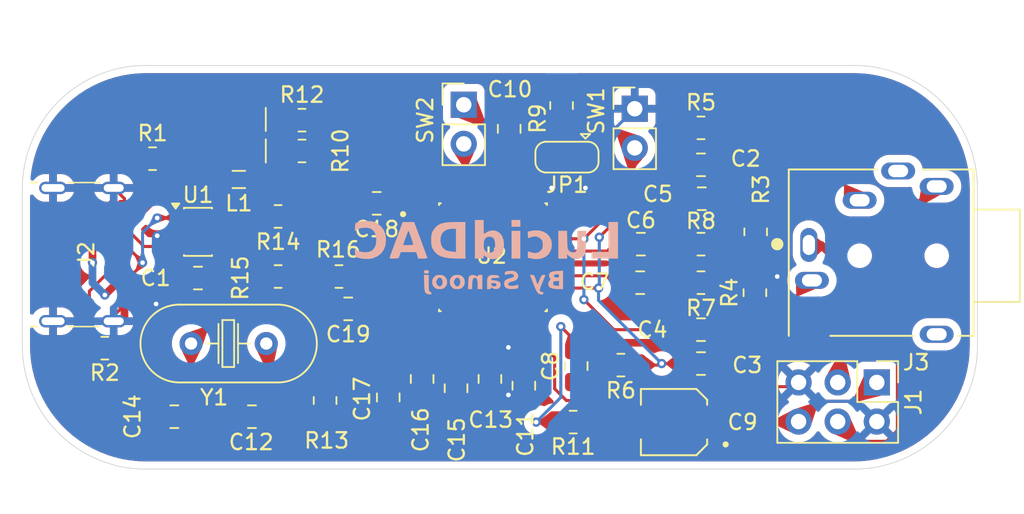
<source format=kicad_pcb>
(kicad_pcb (version 20241229) (generator "pcbnew") (generator_version "9.0")
  (layers (0 "F.Cu" signal) (2 "B.Cu" signal) (13 "F.Paste" user) (15 "B.Paste" user) (5 "F.SilkS" user "F.Silkscreen") (7 "B.SilkS" user "B.Silkscreen") (1 "F.Mask" user) (3 "B.Mask" user) (25 "Edge.Cuts" user))
  (net 0 "")
  (net 1 "TRRS_SLEEVE")
  (net 2 "MIC")
  (net 3 "TRRS_RING_2")
  (net 4 "H_GND")
  (net 5 "Net-(J2-D+-PadA6)")
  (net 6 "Net-(J2-D--PadA7)")
  (net 7 "Net-(J2-CC1)")
  (net 8 "VBUS")
  (net 9 "Net-(J2-CC2)")
  (net 12 "H_RIGHT")
  (net 13 "H_LEFT")
  (net 14 "VCCP")
  (net 15 "Net-(JP1-B)")
  (net 16 "D+")
  (net 17 "D-")
  (net 18 "SSPND")
  (net 19 "Net-(U2-VCOM1)")
  (net 20 "Net-(U2-VCOM2)")
  (net 21 "Net-(U2-VOUTL)")
  (net 22 "Net-(U2-VDD)")
  (net 23 "Net-(U2-VIN)")
  (net 24 "MAMP")
  (net 25 "Net-(U2-VBUS)")
  (net 26 "Net-(U2-FL)")
  (net 27 "Net-(U2-D-)")
  (net 28 "Net-(U2-VCCA)")
  (net 29 "MMUTE")
  (net 30 "XTI")
  (net 31 "Net-(U2-VOUTR)")
  (net 32 "Net-(U2-MBIAS)")
  (net 33 "XTO")
  (net 34 "Net-(U2-FR)")
  (net 35 "Net-(U2-D+)")
  (net 36 "Net-(U2-VCCR)")
  (net 38 "REC")
  (net 39 "Net-(U2-VCCL)")
  (net 40 "PLAY")
  (net 41 "Net-(C4-Pad1)")
  (net 42 "Net-(C5-Pad1)")
  (net 43 "Net-(D1-K)")
  (net 44 "Net-(D2-K)")
  (footprint "Capacitor_SMD:C_0805_2012Metric_Pad1.18x1.45mm_HandSolder" (layer "F.Cu") (at 45.2 38.8 -90)
    (property "Reference" "C13")
    (property "Value" "0.1uF")
  )
  (footprint "Resistor_SMD:R_0805_2012Metric_Pad1.20x1.40mm_HandSolder" (layer "F.Cu") (at 58.9 32.55 180)
    (property "Reference" "R7")
    (property "Value" "16R")
  )
  (footprint "PCM_Crystal_AKL:Crystal_HC49-4H_Vertical" (layer "F.Cu") (at 25.799999 36.5)
    (property "Reference" "Y1")
    (property "Value" "6MHz" (hide yes))
  )
  (footprint "Resistor_SMD:R_0805_2012Metric_Pad1.20x1.40mm_HandSolder" (layer "F.Cu") (at 33 22)
    (property "Reference" "R12")
    (property "Value" "1K")
  )
  (footprint "Connector_PinHeader_2.54mm:PinHeader_1x02_P2.54mm_Vertical" (layer "F.Cu") (at 54.600002 21.259996)
    (property "Reference" "SW1")
    (property "Value" "MIC_GAIN")
  )
  (footprint "Resistor_SMD:R_0805_2012Metric_Pad1.20x1.40mm_HandSolder" (layer "F.Cu") (at 62.4 33.2 90)
    (property "Reference" "R4")
    (property "Value" "3.3k")
  )
  (footprint "Inductor_SMD:L_0805_2012Metric_Pad1.05x1.20mm_HandSolder" (layer "F.Cu") (at 28.9 25.85 180)
    (property "Reference" "L1")
    (property "Value" "1uH")
  )
  (footprint "Capacitor_SMD:C_0805_2012Metric_Pad1.18x1.45mm_HandSolder" (layer "F.Cu") (at 55 30.05 180)
    (property "Reference" "C6")
    (property "Value" "1uF")
  )
  (footprint "Resistor_SMD:R_0805_2012Metric_Pad1.20x1.40mm_HandSolder" (layer "F.Cu") (at 62.45 29.25 -90)
    (property "Reference" "R3")
    (property "Value" "3.3k")
  )
  (footprint "Resistor_SMD:R_0805_2012Metric_Pad1.20x1.40mm_HandSolder" (layer "F.Cu") (at 31.45 32.15 180)
    (property "Reference" "R15")
    (property "Value" "22R")
  )
  (footprint "Capacitor_SMD:C_0805_2012Metric_Pad1.18x1.45mm_HandSolder" (layer "F.Cu") (at 50.8 37.9625 90)
    (property "Reference" "C8")
    (property "Value" "3.3uF")
  )
  (footprint "Resistor_SMD:R_0805_2012Metric_Pad1.20x1.40mm_HandSolder" (layer "F.Cu") (at 58.9 30.05 180)
    (property "Reference" "R8")
    (property "Value" "16R")
  )
  (footprint "PCM_SparkFun-LED:LED_0805_2012Metric" (layer "F.Cu") (at 29 24 180)
    (property "Reference" "D1")
    (property "Value" "LED")
  )
  (footprint "Package_TO_SOT_SMD:SOT-23-6" (layer "F.Cu") (at 26.25 29.25)
    (property "Reference" "U1")
    (property "Value" "USBLC6-2SC6")
  )
  (footprint "PCM_SparkFun-LED:LED_0805_2012Metric" (layer "F.Cu") (at 29 21.95 180)
    (property "Reference" "D2")
    (property "Value" "LED")
  )
  (footprint "Resistor_SMD:R_0805_2012Metric_Pad1.20x1.40mm_HandSolder" (layer "F.Cu") (at 53.7 37.9 180)
    (property "Reference" "R6")
    (property "Value" "3.3k")
  )
  (footprint "Resistor_SMD:R_0805_2012Metric_Pad1.20x1.40mm_HandSolder" (layer "F.Cu") (at 49.85 21.05 90)
    (property "Reference" "R9")
    (property "Value" "10k")
  )
  (footprint "Capacitor_SMD:C_0805_2012Metric_Pad1.18x1.45mm_HandSolder" (layer "F.Cu") (at 43 39.4 -90)
    (property "Reference" "C15")
    (property "Value" "3.3uF")
  )
  (footprint "Capacitor_SMD:C_0805_2012Metric_Pad1.18x1.45mm_HandSolder" (layer "F.Cu") (at 24.7125 41.25)
    (property "Reference" "C14")
    (property "Value" "22pF")
  )
  (footprint "SJ-435107:CUI_SJ-435107" (layer "F.Cu") (at 70.6 30.8 180)
    (property "Reference" "J3")
    (property "Value" "SJ-435107")
  )
  (footprint "PCM_marbastlib-various:USB_C_Receptacle_HRO_TYPE-C-31-M-23" (layer "F.Cu") (at 19.052501 30.724998 -90)
    (property "Reference" "J2")
    (property "Value" "USB_C_Receptacle_USB2.0_16P")
  )
  (footprint "Capacitor_SMD:C_0805_2012Metric_Pad1.18x1.45mm_HandSolder" (layer "F.Cu") (at 46.45 22.5625 90)
    (property "Reference" "C10")
    (property "Value" "1uF")
  )
  (footprint "Jumper:SolderJumper-3_P1.3mm_Open_RoundedPad1.0x1.5mm" (layer "F.Cu") (at 50.2 24.4 180)
    (property "Reference" "JP1")
    (property "Value" "POWER")
  )
  (footprint "Capacitor_SMD:C_0805_2012Metric_Pad1.18x1.45mm_HandSolder" (layer "F.Cu") (at 40.8 38.8 -90)
    (property "Reference" "C16")
    (property "Value" "100pF")
  )
  (footprint "Resistor_SMD:R_0805_2012Metric_Pad1.20x1.40mm_HandSolder" (layer "F.Cu") (at 58.9 22.5)
    (property "Reference" "R5")
    (property "Value" "3.3k")
  )
  (footprint "Resistor_SMD:R_0805_2012Metric_Pad1.20x1.40mm_HandSolder" (layer "F.Cu") (at 50.6 41.6)
    (property "Reference" "R11")
    (property "Value" "1k")
  )
  (footprint "Capacitor_SMD:C_0805_2012Metric_Pad1.18x1.45mm_HandSolder" (layer "F.Cu") (at 47.4 39.2375 90)
    (property "Reference" "C11")
    (property "Value" "1uF")
  )
  (footprint "EEEHB1H2R2R:CAP_EEEHB1H2R2R" (layer "F.Cu") (at 57.15 41.6 180)
    (property "Reference" "C9")
    (property "Value" "2.2uF")
  )
  (footprint "Resistor_SMD:R_0805_2012Metric_Pad1.20x1.40mm_HandSolder" (layer "F.Cu") (at 31.45 28.25 180)
    (property "Reference" "R14")
    (property "Value" "22R")
  )
  (footprint "Capacitor_SMD:C_0805_2012Metric_Pad1.18x1.45mm_HandSolder" (layer "F.Cu") (at 58.9 24.9)
    (property "Reference" "C2")
    (property "Value" "220uF")
  )
  (footprint "Capacitor_SMD:C_0805_2012Metric_Pad1.18x1.45mm_HandSolder" (layer "F.Cu") (at 36 34.25)
    (property "Reference" "C19")
    (property "Value" "1uF")
  )
  (footprint "Resistor_SMD:R_0805_2012Metric_Pad1.20x1.40mm_HandSolder" (layer "F.Cu") (at 20.2 36.8 180)
    (property "Reference" "R2")
    (property "Value" "5.1k")
  )
  (footprint "Capacitor_SMD:C_0805_2012Metric_Pad1.18x1.45mm_HandSolder" (layer "F.Cu") (at 26.25 32.25 180)
    (property "Reference" "C1")
    (property "Value" "0.1uF")
  )
  (footprint "Resistor_SMD:R_0805_2012Metric_Pad1.20x1.40mm_HandSolder" (layer "F.Cu") (at 35.4 32.15 180)
    (property "Reference" "R16")
    (property "Value" "1.5k")
  )
  (footprint "Capacitor_SMD:C_0805_2012Metric_Pad1.18x1.45mm_HandSolder" (layer "F.Cu") (at 38.6 40 -90)
    (property "Reference" "C17")
    (property "Value" "100pF")
  )
  (footprint "Resistor_SMD:R_0805_2012Metric_Pad1.20x1.40mm_HandSolder" (layer "F.Cu") (at 23.3 24.5)
    (property "Reference" "R1")
    (property "Value" "5.1k")
  )
  (footprint "Capacitor_SMD:C_0805_2012Metric_Pad1.18x1.45mm_HandSolder" (layer "F.Cu") (at 58.9 35.6 180)
    (property "Reference" "C4")
    (property "Value" "22nF")
  )
  (footprint "Capacitor_SMD:C_0805_2012Metric_Pad1.18x1.45mm_HandSolder" (layer "F.Cu") (at 54.95 32.55)
    (property "Reference" "C7")
    (property "Value" "1uF")
  )
  (footprint "PCM2912APJTR:QFP80P900X900X120-32N" (layer "F.Cu") (at 45.4 30.9)
    (property "Reference" "U2")
    (property "Value" "PCM2912APJTR")
  )
  (footprint "Capacitor_SMD:C_0805_2012Metric_Pad1.18x1.45mm_HandSolder" (layer "F.Cu") (at 58.9 37.8)
    (property "Reference" "C3")
    (property "Value" "220uF")
  )
  (footprint "Resistor_SMD:R_0805_2012Metric_Pad1.20x1.40mm_HandSolder" (layer "F.Cu") (at 33 24)
    (property "Reference" "R10")
    (property "Value" "1K")
  )
  (footprint "Resistor_SMD:R_0805_2012Metric_Pad1.20x1.40mm_HandSolder" (layer "F.Cu") (at 34.5 40.2 90)
    (property "Reference" "R13")
    (property "Value" "1M")
  )
  (footprint "Connector_PinHeader_2.54mm:PinHeader_1x02_P2.54mm_Vertical" (layer "F.Cu") (at 43.5 21)
    (property "Reference" "SW2")
    (property "Value" "MIC_MUTE")
  )
  (footprint "Capacitor_SMD:C_0805_2012Metric_Pad1.18x1.45mm_HandSolder" (layer "F.Cu") (at 58.95 27.1 180)
    (property "Reference" "C5")
    (property "Value" "22nF")
  )
  (footprint "Connector_PinHeader_2.54mm:PinHeader_2x03_P2.54mm_Vertical" (layer "F.Cu") (at 70.314998 39.025 -90)
    (property "Reference" "J1")
    (property "Value" "J1")
  )
  (footprint "Capacitor_SMD:C_0805_2012Metric_Pad1.18x1.45mm_HandSolder" (layer "F.Cu") (at 29.75 41.25)
    (property "Reference" "C12")
    (property "Value" "22pF")
  )
  (footprint "Capacitor_SMD:C_0805_2012Metric_Pad1.18x1.45mm_HandSolder" (layer "F.Cu") (at 37.85 27.4 180)
    (property "Reference" "C18")
    (property "Value" "1uF")
  )
  (footprint "LOGO" (layer "B.Cu") (at 46.336903 29.79948 180)
    (property "Reference" "ref" (hide yes))
    (property "Value" "LOGO" (hide yes))
  )
  (gr_arc (start 68.846782 18.45) (mid 74.503648 20.793139) (end 76.846782 26.45) (stroke (width 0.05)) (layer "Edge.Cuts"))
  (gr_line (start 76.846782 26.45) (end 76.846781 36.650001) (stroke (width 0.05)) (layer "Edge.Cuts"))
  (gr_arc (start 14.846782 26.45) (mid 17.189928 20.793146) (end 22.846782 18.45) (stroke (width 0.05)) (layer "Edge.Cuts"))
  (gr_line (start 14.846781 36.649999) (end 14.846782 26.45) (stroke (width 0.05)) (layer "Edge.Cuts"))
  (gr_line (start 68.846781 44.65) (end 22.846781 44.65) (stroke (width 0.05)) (layer "Edge.Cuts"))
  (gr_line (start 22.846782 18.45) (end 68.846782 18.45) (stroke (width 0.05)) (layer "Edge.Cuts"))
  (gr_arc (start 22.846781 44.65) (mid 17.189926 42.306854) (end 14.846781 36.649999) (stroke (width 0.05)) (layer "Edge.Cuts"))
  (gr_arc (start 76.846781 36.650001) (mid 74.503634 42.306848) (end 68.846781 44.65) (stroke (width 0.05)) (layer "Edge.Cuts"))
  (segment (start 68 31.4) (end 68 38.799992) (width 0.5) (layer "F.Cu") (net 1))
  (segment (start 66.7 30.1) (end 68 31.4) (width 0.5) (layer "F.Cu") (net 1))
  (segment (start 65.9 30.1) (end 66.7 30.1) (width 0.5) (layer "F.Cu") (net 1))
  (segment (start 68 38.799992) (end 67.774994 39.024998) (width 0.5) (layer "F.Cu") (net 1))
  (segment (start 58.9 41.6) (end 65.2 41.6) (width 0.2) (layer "F.Cu") (net 2))
  (segment (start 66.55 40.25) (end 65.234998 41.565002) (width 0.2) (layer "F.Cu") (net 2))
  (segment (start 65.2 41.6) (end 65.234998 41.565002) (width 0.2) (layer "F.Cu") (net 2))
  (segment (start 53 43) (end 57.5 43) (width 0.2) (layer "F.Cu") (net 2))
  (segment (start 69.089998 40.25) (end 66.55 40.25) (width 0.2) (layer "F.Cu") (net 2))
  (segment (start 70.314998 39.025) (end 69.089998 40.25) (width 0.2) (layer "F.Cu") (net 2))
  (segment (start 57.5 43) (end 58.9 41.6) (width 0.2) (layer "F.Cu") (net 2))
  (segment (start 51.6 41.6) (end 53 43) (width 0.2) (layer "F.Cu") (net 2))
  (segment (start 67.774998 41.565) (end 69.209998 43) (width 0.5) (layer "F.Cu") (net 3))
  (segment (start 71.8 42.2) (end 71.8 28.700001) (width 0.5) (layer "F.Cu") (net 3))
  (segment (start 69.209998 43) (end 71 43) (width 0.5) (layer "F.Cu") (net 3))
  (segment (start 71 43) (end 71.8 42.2) (width 0.5) (layer "F.Cu") (net 3))
  (segment (start 71.8 28.700001) (end 74.200001 26.3) (width 0.5) (layer "F.Cu") (net 3))
  (segment (start 48.2 27.465) (end 48.2 26.73) (width 0.2) (layer "F.Cu") (net 4))
  (segment (start 43 40.4375) (end 44.6 40.4375) (width 0.5) (layer "F.Cu") (net 4))
  (segment (start 21.477501 34.004999) (end 23.457501 34.004999) (width 0.2) (layer "F.Cu") (net 4))
  (segment (start 48.2 27.465) (end 47.565 28.1) (width 0.2) (layer "F.Cu") (net 4))
  (segment (start 39.1875 32.1) (end 41.23 32.1) (width 0.2) (layer "F.Cu") (net 4))
  (segment (start 39.6 41.0375) (end 40.8 39.8375) (width 0.5) (layer "F.Cu") (net 4))
  (segment (start 45.8 36.15) (end 46.4 36.75) (width 0.2) (layer "F.Cu") (net 4))
  (segment (start 23.457501 34.004999) (end 23.6 33.8625) (width 0.2) (layer "F.Cu") (net 4))
  (segment (start 57.9 30.05) (end 57.9 31.2) (width 0.2) (layer "F.Cu") (net 4))
  (segment (start 50.8 39) (end 51.1 39.3) (width 0.2) (layer "F.Cu") (net 4))
  (segment (start 62.4 30.3) (end 62.45 30.25) (width 0.2) (layer "F.Cu") (net 4))
  (segment (start 23.85 29.25) (end 23.6 29.5) (width 0.2) (layer "F.Cu") (net 4))
  (segment (start 57.85 31.25) (end 62.45 31.25) (width 0.2) (layer "F.Cu") (net 4))
  (segment (start 49.57 31.3) (end 55.9875 31.3) (width 0.2) (layer "F.Cu") (net 4))
  (segment (start 48.87 26.73) (end 49.2 26.4) (width 0.2) (layer "F.Cu") (net 4))
  (segment (start 48.2 26.73) (end 48.87 26.73) (width 0.2) (layer "F.Cu") (net 4))
  (segment (start 56.0375 31.25) (end 56.0375 32.5) (width 0.2) (layer "F.Cu") (net 4))
  (segment (start 45.8 34.3) (end 43.5825 32.0825) (width 0.2) (layer "F.Cu") (net 4))
  (segment (start 65.159998 39.1) (end 65.234998 39.025) (width 0.2) (layer "F.Cu") (net 4))
  (segment (start 45.8 27.4) (end 45.8 26.73) (width 0.2) (layer "F.Cu") (net 4))
  (segment (start 42.4 39.8375) (end 43 40.4375) (width 0.5) (layer "F.Cu") (net 4))
  (segment (start 40.53 27.4) (end 38.8875 27.4) (width 0.2) (layer "F.Cu") (net 4))
  (segment (start 21.477502 27.099998) (end 20.777502 26.399998) (width 0.2) (layer "F.Cu") (net 4))
  (segment (start 46.5 28.1) (end 45.8 27.4) (width 0.2) (layer "F.Cu") (net 4))
  (segment (start 51.5 26.3) (end 51.4 26.4) (width 0.2) (layer "F.Cu") (net 4))
  (segment (start 51.5 24.4) (end 51.5 26.3) (width 0.2) (layer "F.Cu") (net 4))
  (segment (start 57.9 30.05) (end 56.0375 30.05) (width 0.2) (layer "F.Cu") (net 4))
  (segment (start 62.4 32.2) (end 62.4 30.3) (width 0.2) (layer "F.Cu") (net 4))
  (segment (start 55.9875 31.3) (end 56.0375 31.25) (width 0.2) (layer "F.Cu") (net 4))
  (segment (start 20.777499 34.705001) (end 21.477501 34.004999) (width 0.2) (layer "F.Cu") (net 4))
  (segment (start 45.2 39.8375) (end 46.4 39.8375) (width 0.5) (layer "F.Cu") (net 4))
  (segment (start 46.9625 39.8375) (end 47.4 40.275) (width 0.5) (layer "F.Cu") (net 4))
  (segment (start 23.6 33.8625) (end 25.2125 32.25) (width 0.2) (layer "F.Cu") (net 4))
  (segment (start 46.4 39.8375) (end 46.9625 39.8375) (width 0.5) (layer "F.Cu") (net 4))
  (segment (start 38.6 41.0375) (end 39.6 41.0375) (width 0.5) (layer "F.Cu") (net 4))
  (segment (start 57.9 32.55) (end 55.9875 32.55) (width 0.2) (layer "F.Cu") (net 4))
  (segment (start 25.1125 29.25) (end 23.85 29.25) (width 0.2) (layer "F.Cu") (net 4))
  (segment (start 44.6 40.4375) (end 45.2 39.8375) (width 0.5) (layer "F.Cu") (net 4))
  (segment (start 51.1 39.3) (end 64.959998 39.3) (width 0.2) (layer "F.Cu") (net 4))
  (segment (start 41.23 28.1) (end 41.454 28.324) (width 0.2) (layer "F.Cu") (net 4))
  (segment (start 43.5825 32.0825) (end 44.365 31.3) (width 0.2) (layer "F.Cu") (net 4))
  (segment (start 20.777499 35.049995) (end 20.777499 34.705001) (width 0.2) (layer "F.Cu") (net 4))
  (segment (start 57.9 31.2) (end 57.9 32.55) (width 0.2) (layer "F.Cu") (net 4))
  (segment (start 37.0375 34.25) (end 39.1875 32.1) (width 0.2) (layer "F.Cu") (net 4))
  (segment (start 47.565 28.1) (end 46.5 28.1) (width 0.2) (layer "F.Cu") (net 4))
  (segment (start 63.85 32.15) (end 62.45 32.15) (width 0.2) (layer "F.Cu") (net 4))
  (segment (start 50.8 39) (end 51.6 39) (width 0.2) (layer "F.Cu") (net 4))
  (segment (start 62.45 32.15) (end 62.4 32.2) (width 0.2) (layer "F.Cu") (net 4))
  (segment (start 56.0375 31.25) (end 57.85 31.25) (width 0.2) (layer "F.Cu") (net 4))
  (segment (start 25.2125 32.25) (end 24.95 32.25) (width 0.2) (layer "F.Cu") (net 4))
  (segment (start 45.8 35.07) (end 45.8 36.15) (width 0.2) (layer "F.Cu") (net 4))
  (segment (start 51.6 39) (end 52.7 37.9) (width 0.2) (layer "F.Cu") (net 4))
  (segment (start 64.959998 39.3) (end 65.234998 39.025) (width 0.2) (layer "F.Cu") (net 4))
  (segment (start 49.57 31.3) (end 44.365 31.3) (width 0.2) (layer "F.Cu") (net 4))
  (segment (start 21.477502 27.444998) (end 21.477502 27.099998) (width 0.2) (layer "F.Cu") (net 4))
  (segment (start 57.85 31.25) (end 57.9 31.2) (width 0.2) (layer "F.Cu") (net 4))
  (segment (start 56.0375 30.05) (end 56.0375 31.25) (width 0.2) (layer "F.Cu") (net 4))
  (segment (start 43.565 32.1) (end 43.5825 32.0825) (width 0.2) (layer "F.Cu") (net 4))
  (segment (start 44.365 31.3) (end 48.2 27.465) (width 0.2) (layer "F.Cu") (net 4))
  (segment (start 41.454 28.324) (end 41.5 28.324) (width 0.2) (layer "F.Cu") (net 4))
  (segment (start 40.8 39.8375) (end 42.4 39.8375) (width 0.5) (layer "F.Cu") (net 4))
  (segment (start 45.8 35.07) (end 45.8 34.3) (width 0.2) (layer "F.Cu") (net 4))
  (segment (start 41.454 28.324) (end 40.53 27.4) (width 0.2) (layer "F.Cu") (net 4))
  (segment (start 41.23 32.1) (end 43.565 32.1) (width 0.2) (layer "F.Cu") (net 4))
  (segment (start 56.0375 32.5) (end 55.9875 32.55) (width 0.2) (layer "F.Cu") (net 4))
  (via (at 49.2 26.4) (size 0.6) (drill 0.3) (layers "F.Cu" "B.Cu") (net 4))
  (via (at 23.6 29.5) (size 0.6) (drill 0.3) (layers "F.Cu" "B.Cu") (net 4))
  (via (at 23.53125 33.93125) (size 0.6) (drill 0.3) (layers "F.Cu" "B.Cu") (net 4))
  (via (at 46.4 36.75) (size 0.6) (drill 0.3) (layers "F.Cu" "B.Cu") (net 4))
  (via (at 63.85 32.15) (size 0.6) (drill 0.3) (layers "F.Cu" "B.Cu") (net 4))
  (via (at 46.4 39.8375) (size 0.6) (drill 0.3) (layers "F.Cu" "B.Cu") (net 4))
  (via (at 51.4 26.4) (size 0.6) (drill 0.3) (layers "F.Cu" "B.Cu") (net 4))
  (segment (start 65.234998 39.025) (end 63.85 37.640002) (width 0.2) (layer "B.Cu") (net 4))
  (segment (start 66.459998 40.25) (end 65.234998 39.025) (width 0.2) (layer "B.Cu") (net 4))
  (segment (start 51.4 26.4) (end 51.4 24.459998) (width 0.2) (layer "B.Cu") (net 4))
  (segment (start 51.4 26.4) (end 49.2 26.4) (width 0.2) (layer "B.Cu") (net 4))
  (segment (start 51.4 24.459998) (end 54.600002 21.259996) (width 0.2) (layer "B.Cu") (net 4))
  (segment (start 16.837503 35.049996) (end 20.777499 35.049995) (width 0.2) (layer "B.Cu") (net 4))
  (segment (start 16.837501 26.399997) (end 20.777502 26.399998) (width 0.2) (layer "B.Cu") (net 4))
  (segment (start 46.4 36.75) (end 46.4 39.8375) (width 0.2) (layer "B.Cu") (net 4))
  (segment (start 23.6 29.5) (end 23.6 33.8625) (width 0.2) (layer "B.Cu") (net 4))
  (segment (start 68.999992 40.25) (end 66.459998 40.25) (width 0.2) (layer "B.Cu") (net 4))
  (segment (start 70.314996 41.565004) (end 68.999992 40.25) (width 0.2) (layer "B.Cu") (net 4))
  (segment (start 63.85 37.640002) (end 63.85 32.15) (width 0.2) (layer "B.Cu") (net 4))
  (segment (start 22.75 30.2) (end 25.1125 30.2) (width 0.2) (layer "F.Cu") (net 5))
  (segment (start 20.75 30.672499) (end 20.75 29.677502) (width 0.2) (layer "F.Cu") (net 5))
  (segment (start 21.477501 29.35) (end 21.9 29.35) (width 0.2) (layer "F.Cu") (net 5))
  (segment (start 21.077502 29.35) (end 21.477501 29.35) (width 0.2) (layer "F.Cu") (net 5))
  (segment (start 21.477498 30.999998) (end 21.077499 30.999998) (width 0.2) (layer "F.Cu") (net 5))
  (segment (start 21.9 29.35) (end 22.75 30.2) (width 0.2) (layer "F.Cu") (net 5))
  (segment (start 20.75 29.677502) (end 21.077502 29.35) (width 0.2) (layer "F.Cu") (net 5))
  (segment (start 21.077499 30.999998) (end 20.75 30.672499) (width 0.2) (layer "F.Cu") (net 5))
  (segment (start 22.65 31.25) (end 22.55 31.35) (width 0.2) (layer "F.Cu") (net 6))
  (segment (start 22.55 31.122502) (end 21.877498 30.45) (width 0.2) (layer "F.Cu") (net 6))
  (segment (start 21.900004 32.099996) (end 21.4775 32.099996) (width 0.2) (layer "F.Cu") (net 6))
  (segment (start 22.55 31.45) (end 21.900004 32.099996) (width 0.2) (layer "F.Cu") (net 6))
  (segment (start 22.55 31.15) (end 22.55 31.122502) (width 0.2) (layer "F.Cu") (net 6))
  (segment (start 25.0625 28.35) (end 25.1125 28.3) (width 0.2) (layer "F.Cu") (net 6))
  (segment (start 22.55 31.35) (end 22.55 31.45) (width 0.2) (layer "F.Cu") (net 6))
  (segment (start 21.877498 30.45) (end 21.477499 30.45) (width 0.2) (layer "F.Cu") (net 6))
  (segment (start 22.65 31.25) (end 22.55 31.15) (width 0.2) (layer "F.Cu") (net 6))
  (segment (start 23.6 28.35) (end 25.0625 28.35) (width 0.2) (layer "F.Cu") (net 6))
  (via (at 22.65 31.25) (size 0.6) (drill 0.3) (layers "F.Cu" "B.Cu") (net 6))
  (via (at 23.6 28.35) (size 0.6) (drill 0.3) (layers "F.Cu" "B.Cu") (net 6))
  (segment (start 22.65 31.25) (end 22.65 29.3) (width 0.2) (layer "B.Cu") (net 6))
  (segment (start 22.65 29.3) (end 23.6 28.35) (width 0.2) (layer "B.Cu") (net 6))
  (segment (start 21.877498 28.079999) (end 21.477499 28.079999) (width 0.2) (layer "F.Cu") (net 7))
  (segment (start 24.3 25.657497) (end 21.877498 28.079999) (width 0.2) (layer "F.Cu") (net 7))
  (segment (start 24.3 24.5) (end 24.3 25.657497) (width 0.2) (layer "F.Cu") (net 7))
  (segment (start 28.0625 25.537501) (end 27.750001 25.85) (width 0.2) (layer "F.Cu") (net 8))
  (segment (start 21.492504 32.75) (end 21.4775 32.734996) (width 0.2) (layer "F.Cu") (net 8))
  (segment (start 27.750001 25.85) (end 24.901184 25.85) (width 0.2) (layer "F.Cu") (net 8))
  (segment (start 20.2 33.35) (end 20.815004 32.734996) (width 0.5) (layer "F.Cu") (net 8))
  (segment (start 28.0625 24) (end 28.0625 25.537501) (width 0.2) (layer "F.Cu") (net 8))
  (segment (start 27.2875 32.25) (end 26.2 31.1625) (width 0.2) (layer "F.Cu") (net 8))
  (segment (start 20.933272 28.714998) (end 19.4 30.24827) (width 0.5) (layer "F.Cu") (net 8))
  (segment (start 26.2615 31.224) (end 27.2875 32.25) (width 0.2) (layer "F.Cu") (net 8))
  (segment (start 21.477501 28.714998) (end 20.933272 28.714998) (width 0.5) (layer "F.Cu") (net 8))
  (segment (start 22.036186 28.714998) (end 21.477501 28.714998) (width 0.2) (layer "F.Cu") (net 8))
  (segment (start 26.2 30.083032) (end 27.033032 29.25) (width 0.2) (layer "F.Cu") (net 8))
  (segment (start 21.4775 32.734996) (end 23.128844 32.734996) (width 0.2) (layer "F.Cu") (net 8))
  (segment (start 23.128844 32.734996) (end 24.63984 31.224) (width 0.2) (layer "F.Cu") (net 8))
  (segment (start 26.2 31.1625) (end 26.2 30.083032) (width 0.2) (layer "F.Cu") (net 8))
  (segment (start 20.815004 32.734996) (end 21.4775 32.734996) (width 0.5) (layer "F.Cu") (net 8))
  (segment (start 24.901184 25.85) (end 22.036186 28.714998) (width 0.2) (layer "F.Cu") (net 8))
  (segment (start 24.63984 31.224) (end 26.2615 31.224) (width 0.2) (layer "F.Cu") (net 8))
  (segment (start 27.033032 29.25) (end 27.3875 29.25) (width 0.2) (layer "F.Cu") (net 8))
  (segment (start 28.0625 21.95) (end 28.0625 24) (width 0.2) (layer "F.Cu") (net 8))
  (segment (start 19.4 30.24827) (end 19.4 31.25) (width 0.5) (layer "F.Cu") (net 8))
  (via (at 19.4 31.25) (size 0.6) (drill 0.3) (layers "F.Cu" "B.Cu") (net 8))
  (via (at 20.2 33.35) (size 0.6) (drill 0.3) (layers "F.Cu" "B.Cu") (net 8))
  (segment (start 19.4 31.25) (end 19.4 32.55) (width 0.5) (layer "B.Cu") (net 8))
  (segment (start 19.4 32.55) (end 20.2 33.35) (width 0.5) (layer "B.Cu") (net 8))
  (segment (start 20.75 31.55) (end 21.477502 31.55) (width 0.2) (layer "F.Cu") (net 9))
  (segment (start 19.2 33.1) (end 20.75 31.55) (width 0.2) (layer "F.Cu") (net 9))
  (segment (start 19.2 36.8) (end 19.2 33.1) (width 0.2) (layer "F.Cu") (net 9))
  (segment (start 62.4 34.2) (end 64.299999 34.2) (width 0.2) (layer "F.Cu") (net 12))
  (segment (start 59.9375 37.8) (end 60.699999 37.8) (width 0.2) (layer "F.Cu") (net 12))
  (segment (start 64.299999 34.2) (end 66.099999 32.4) (width 0.2) (layer "F.Cu") (net 12))
  (segment (start 60.699999 37.8) (end 66.099999 32.4) (width 0.2) (layer "F.Cu") (net 12))
  (segment (start 66.899998 24.9) (end 69.2 27.200002) (width 0.2) (layer "F.Cu") (net 13))
  (segment (start 62.45 27.4125) (end 59.9375 24.9) (width 0.2) (layer "F.Cu") (net 13))
  (segment (start 59.9375 24.9) (end 66.899998 24.9) (width 0.2) (layer "F.Cu") (net 13))
  (segment (start 62.45 28.25) (end 62.45 27.4125) (width 0.2) (layer "F.Cu") (net 13))
  (segment (start 49.85 22.05) (end 47.4 24.5) (width 0.2) (layer "F.Cu") (net 14))
  (segment (start 47.4 24.55) (end 46.45 23.6) (width 0.2) (layer "F.Cu") (net 14))
  (segment (start 46.6 26.73) (end 47.4 26.73) (width 0.2) (layer "F.Cu") (net 14))
  (segment (start 48.9 23) (end 48.9 24.4) (width 0.2) (layer "F.Cu") (net 14))
  (segment (start 47.4 26.73) (end 47.4 25.9) (width 0.2) (layer "F.Cu") (net 14))
  (segment (start 49.85 22.05) (end 48.9 23) (width 0.2) (layer "F.Cu") (net 14))
  (segment (start 47.4 25.9) (end 48.9 24.4) (width 0.2) (layer "F.Cu") (net 14))
  (segment (start 47.4 26.73) (end 47.4 24.55) (width 0.2) (layer "F.Cu") (net 14))
  (segment (start 47.4 24.5) (end 47.4 26.73) (width 0.2) (layer "F.Cu") (net 14))
  (segment (start 50.2 24.4) (end 50.2 27.47) (width 0.2) (layer "F.Cu") (net 15))
  (segment (start 50.2 27.47) (end 49.57 28.1) (width 0.2) (layer "F.Cu") (net 15))
  (segment (start 31.451 33.151) (end 30.45 32.15) (width 0.2) (layer "F.Cu") (net 16))
  (segment (start 28.5 30.2) (end 30.45 32.15) (width 0.2) (layer "F.Cu") (net 16))
  (segment (start 34.4 32.15) (end 33.399 33.151) (width 0.2) (layer "F.Cu") (net 16))
  (segment (start 27.3875 30.2) (end 28.5 30.2) (width 0.2) (layer "F.Cu") (net 16))
  (segment (start 33.399 33.151) (end 31.451 33.151) (width 0.2) (layer "F.Cu") (net 16))
  (segment (start 27.4375 28.25) (end 27.3875 28.3) (width 0.2) (layer "F.Cu") (net 17))
  (segment (start 30.45 28.25) (end 27.4375 28.25) (width 0.2) (layer "F.Cu") (net 17))
  (segment (start 45 22.5) (end 43.5 21) (width 0.2) (layer "F.Cu") (net 18))
  (segment (start 45 26.73) (end 45 22.5) (width 0.2) (layer "F.Cu") (net 18))
  (segment (start 44.2 36.4) (end 44.2 35.07) (width 0.2) (layer "F.Cu") (net 19))
  (segment (start 43 37.6) (end 44.2 36.4) (width 0.2) (layer "F.Cu") (net 19))
  (segment (start 43 38.3625) (end 43 37.6) (width 0.2) (layer "F.Cu") (net 19))
  (segment (start 45 35.07) (end 45 37.5625) (width 0.2) (layer "F.Cu") (net 20))
  (segment (start 45 37.5625) (end 45.2 37.7625) (width 0.2) (layer "F.Cu") (net 20))
  (segment (start 54.7 37.9) (end 56.25 37.9) (width 0.2) (layer "F.Cu") (net 21))
  (segment (start 56.25 37.9) (end 56.35 37.8) (width 0.2) (layer "F.Cu") (net 21))
  (segment (start 57.8625 37.8) (end 56.35 37.8) (width 0.2) (layer "F.Cu") (net 21))
  (segment (start 52.25 32.9) (end 49.57 32.9) (width 0.2) (layer "F.Cu") (net 21))
  (segment (start 52.3 29.6) (end 54.8 27.1) (width 0.2) (layer "F.Cu") (net 21))
  (segment (start 52.3 29.8) (end 52.4 29.8) (width 0.2) (layer "F.Cu") (net 21))
  (segment (start 54.8 27.1) (end 57.9125 27.1) (width 0.2) (layer "F.Cu") (net 21))
  (via (at 52.3 29.6) (size 0.6) (drill 0.3) (layers "F.Cu" "B.Cu") (net 21))
  (via (at 56.35 37.8) (size 0.6) (drill 0.3) (layers "F.Cu" "B.Cu") (net 21))
  (via (at 52.25 32.9) (size 0.6) (drill 0.3) (layers "F.Cu" "B.Cu") (net 21))
  (segment (start 52.25 33.7) (end 52.25 32.9) (width 0.2) (layer "B.Cu") (net 21))
  (segment (start 52.3 32.85) (end 52.25 32.9) (width 0.2) (layer "B.Cu") (net 21))
  (segment (start 56.35 37.8) (end 52.25 33.7) (width 0.2) (layer "B.Cu") (net 21))
  (segment (start 52.3 29.8) (end 52.3 32.85) (width 0.2) (layer "B.Cu") (net 21))
  (segment (start 36.4 32.15) (end 37.25 31.3) (width 0.2) (layer "F.Cu") (net 22))
  (segment (start 34.9625 34.25) (end 36.4 32.8125) (width 0.2) (layer "F.Cu") (net 22))
  (segment (start 36.4 32.8125) (end 36.4 32.15) (width 0.2) (layer "F.Cu") (net 22))
  (segment (start 37.25 31.3) (end 41.23 31.3) (width 0.2) (layer "F.Cu") (net 22))
  (segment (start 54 40.2) (end 50.16384 40.2) (width 0.2) (layer "F.Cu") (net 23))
  (segment (start 49.4 39.43616) (end 49.4 37.4) (width 0.2) (layer "F.Cu") (net 23))
  (segment (start 55.4 41.6) (end 54 40.2) (width 0.2) (layer "F.Cu") (net 23))
  (segment (start 50.16384 40.2) (end 49.4 39.43616) (width 0.2) (layer "F.Cu") (net 23))
  (segment (start 48.2 36.2) (end 48.2 35.07) (width 0.2) (layer "F.Cu") (net 23))
  (segment (start 49.4 37.4) (end 48.2 36.2) (width 0.2) (layer "F.Cu") (net 23))
  (segment (start 50.702081 28.9) (end 49.57 28.9) (width 0.2) (layer "F.Cu") (net 24))
  (segment (start 49.85 20.05) (end 50.85 20.05) (width 0.2) (layer "F.Cu") (net 24))
  (segment (start 50.85 20.05) (end 54.6 23.8) (width 0.2) (layer "F.Cu") (net 24))
  (segment (start 54.6 25.002081) (end 50.702081 28.9) (width 0.2) (layer "F.Cu") (net 24))
  (segment (start 54.6 23.8) (end 54.6 25.002081) (width 0.2) (layer "F.Cu") (net 24))
  (segment (start 35.85 28.9) (end 41.23 28.9) (width 0.2) (layer "F.Cu") (net 25))
  (segment (start 36.8125 27.4) (end 36.8125 27.9375) (width 0.2) (layer "F.Cu") (net 25))
  (segment (start 30.049999 25.85) (end 32.8 25.85) (width 0.2) (layer "F.Cu") (net 25))
  (segment (start 32.8 25.85) (end 35.85 28.9) (width 0.2) (layer "F.Cu") (net 25))
  (segment (start 36.8125 27.9375) (end 35.85 28.9) (width 0.2) (layer "F.Cu") (net 25))
  (segment (start 41.89384 35.07) (end 42.6 35.07) (width 0.2) (layer "F.Cu") (net 26))
  (segment (start 38.6 38.36384) (end 41.89384 35.07) (width 0.2) (layer "F.Cu") (net 26))
  (segment (start 38.6 38.9625) (end 38.6 38.36384) (width 0.2) (layer "F.Cu") (net 26))
  (segment (start 33.9 29.7) (end 41.23 29.7) (width 0.2) (layer "F.Cu") (net 27))
  (segment (start 32.45 28.25) (end 33.9 29.7) (width 0.2) (layer "F.Cu") (net 27))
  (segment (start 47.4 35.07) (end 47.4 38.2) (width 0.2) (layer "F.Cu") (net 28))
  (segment (start 44.2 26.73) (end 44.2 25.7) (width 0.2) (layer "F.Cu") (net 29))
  (segment (start 44.2 25.7) (end 43.499997 24.999997) (width 0.2) (layer "F.Cu") (net 29))
  (segment (start 43.499997 24.999997) (end 43.499997 23.540004) (width 0.2) (layer "F.Cu") (net 29))
  (segment (start 30.679999 41.142499) (end 30.7875 41.25) (width 0.2) (layer "F.Cu") (net 30))
  (segment (start 34.5 41.2) (end 41.23 34.47) (width 0.2) (layer "F.Cu") (net 30))
  (segment (start 30.679999 36.5) (end 30.679999 41.142499) (width 0.2) (layer "F.Cu") (net 30))
  (segment (start 41.23 34.47) (end 41.23 33.7) (width 0.2) (layer "F.Cu") (net 30))
  (segment (start 30.679999 37.379999) (end 34.5 41.2) (width 0.2) (layer "F.Cu") (net 30))
  (segment (start 30.679999 36.5) (end 30.679999 37.379999) (width 0.2) (layer "F.Cu") (net 30))
  (segment (start 49.57 29.7) (end 51.3 29.7) (width 0.2) (layer "F.Cu") (net 31))
  (segment (start 56.1 24.9) (end 57.8625 24.9) (width 0.2) (layer "F.Cu") (net 31))
  (segment (start 51.3 33.65) (end 53.25 35.6) (width 0.2) (layer "F.Cu") (net 31))
  (segment (start 57.9 22.5) (end 57.9 24.8625) (width 0.2) (layer "F.Cu") (net 31))
  (segment (start 53.25 35.6) (end 57.8625 35.6) (width 0.2) (layer "F.Cu") (net 31))
  (segment (start 57.9 24.8625) (end 57.8625 24.9) (width 0.2) (layer "F.Cu") (net 31))
  (segment (start 51.3 29.7) (end 56.1 24.9) (width 0.2) (layer "F.Cu") (net 31))
  (via (at 51.3 29.7) (size 0.6) (drill 0.3) (layers "F.Cu" "B.Cu") (net 31))
  (via (at 51.3 33.65) (size 0.6) (drill 0.3) (layers "F.Cu" "B.Cu") (net 31))
  (segment (start 51.3 29.7) (end 51.3 33.65) (width 0.2) (layer "B.Cu") (net 31))
  (segment (start 50.8 36.4) (end 49.8 35.4) (width 0.2) (layer "F.Cu") (net 32))
  (segment (start 48.2 41.6) (end 49.6 41.6) (width 0.2) (layer "F.Cu") (net 32))
  (segment (start 50.8 34.93) (end 49.57 33.7) (width 0.2) (layer "F.Cu") (net 32))
  (segment (start 50.8 36.925) (end 50.8 34.93) (width 0.2) (layer "F.Cu") (net 32))
  (segment (start 50.8 36.925) (end 50.8 36.4) (width 0.2) (layer "F.Cu") (net 32))
  (via (at 49.8 35.4) (size 0.6) (drill 0.3) (layers "F.Cu" "B.Cu") (net 32))
  (via (at 48.2 41.6) (size 0.6) (drill 0.3) (layers "F.Cu" "B.Cu") (net 32))
  (segment (start 49.8 35.4) (end 49.8 40) (width 0.2) (layer "B.Cu") (net 32))
  (segment (start 49.8 40) (end 48.2 41.6) (width 0.2) (layer "B.Cu") (net 32))
  (segment (start 32.75 35) (end 27.299999 35) (width 0.2) (layer "F.Cu") (net 33))
  (segment (start 40.35 32.9) (end 41.23 32.9) (width 0.2) (layer "F.Cu") (net 33))
  (segment (start 34.5 38.6) (end 34.55 38.55) (width 0.2) (layer "F.Cu") (net 33))
  (segment (start 34.55 36.8) (end 32.75 35) (width 0.2) (layer "F.Cu") (net 33))
  (segment (start 25.799999 41.200001) (end 25.75 41.25) (width 0.2) (layer "F.Cu") (net 33))
  (segment (start 34.5 39.2) (end 34.5 38.6) (width 0.2) (layer "F.Cu") (net 33))
  (segment (start 25.799999 36.5) (end 25.799999 41.200001) (width 0.2) (layer "F.Cu") (net 33))
  (segment (start 34.5 38.75) (end 40.35 32.9) (width 0.2) (layer "F.Cu") (net 33))
  (segment (start 34.5 39.2) (end 34.5 38.75) (width 0.2) (layer "F.Cu") (net 33))
  (segment (start 34.55 38.55) (end 34.55 36.8) (width 0.2) (layer "F.Cu") (net 33))
  (segment (start 27.299999 35) (end 25.799999 36.5) (width 0.2) (layer "F.Cu") (net 33))
  (segment (start 40.8 37.7625) (end 41.525 37.7625) (width 0.2) (layer "F.Cu") (net 34))
  (segment (start 43.4 35.8875) (end 43.4 35.07) (width 0.2) (layer "F.Cu") (net 34))
  (segment (start 41.525 37.7625) (end 43.4 35.8875) (width 0.2) (layer "F.Cu") (net 34))
  (segment (start 34.1 30.5) (end 41.23 30.5) (width 0.2) (layer "F.Cu") (net 35))
  (segment (start 32.45 32.15) (end 34.1 30.5) (width 0.2) (layer "F.Cu") (net 35))
  (segment (start 53.5125 30.5) (end 53.9625 30.05) (width 0.2) (layer "F.Cu") (net 36))
  (segment (start 49.57 30.5) (end 53.5125 30.5) (width 0.2) (layer "F.Cu") (net 36))
  (segment (start 43.4 26.132688) (end 39.267312 22) (width 0.2) (layer "F.Cu") (net 38))
  (segment (start 39.267312 22) (end 34 22) (width 0.2) (layer "F.Cu") (net 38))
  (segment (start 43.4 26.73) (end 43.4 26.132688) (width 0.2) (layer "F.Cu") (net 38))
  (segment (start 53.4625 32.1) (end 53.9125 32.55) (width 0.2) (layer "F.Cu") (net 39))
  (segment (start 49.57 32.1) (end 53.4625 32.1) (width 0.2) (layer "F.Cu") (net 39))
  (segment (start 39.87 24) (end 34 24) (width 0.2) (layer "F.Cu") (net 40))
  (segment (start 42.6 26.73) (end 39.87 24) (width 0.2) (layer "F.Cu") (net 40))
  (segment (start 59.9375 32.5875) (end 59.9 32.55) (width 0.2) (layer "F.Cu") (net 41))
  (segment (start 59.9375 35.6) (end 59.9375 32.5875) (width 0.2) (layer "F.Cu") (net 41))
  (segment (start 59.9875 27.1) (end 59.9875 29.9625) (width 0.2) (layer "F.Cu") (net 42))
  (segment (start 59.9875 29.9625) (end 59.9 30.05) (width 0.2) (layer "F.Cu") (net 42))
  (segment (start 29.9375 24) (end 32 24) (width 0.2) (layer "F.Cu") (net 43))
  (segment (start 29.9375 21.95) (end 31.95 21.95) (width 0.2) (layer "F.Cu") (net 44))
  (segment (start 31.95 21.95) (end 32 22) (width 0.2) (layer "F.Cu") (net 44))
  (zone (net 4) (net_name "H_GND") (layers "F.Cu" "B.Cu") (connect_pads (clearance 0.5)) (min_thickness 0.25) (fill yes (thermal_gap 0.5) (thermal_bridge_width 0.5))
    (polygon (pts (xy 14 47.6) (xy 77.4 47.4) (xy 77 14.4) (xy 14 14.2)))
  )
)
</source>
